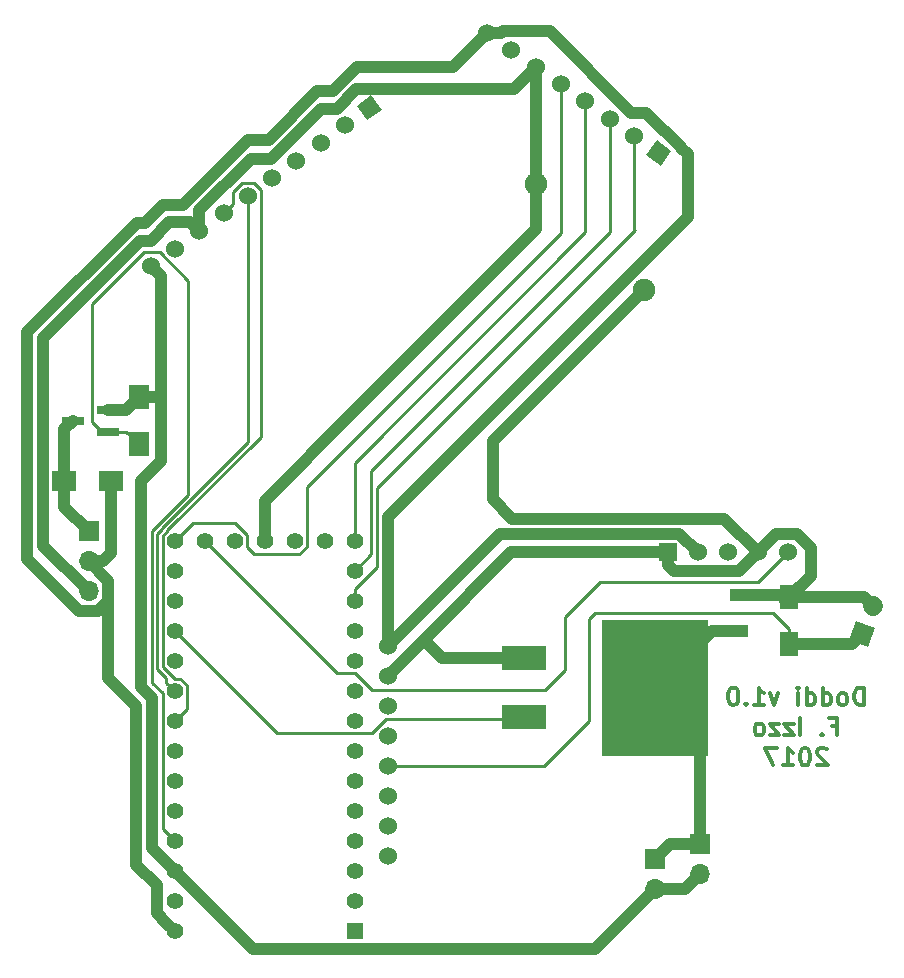
<source format=gbr>
G04 #@! TF.FileFunction,Copper,L2,Bot,Signal*
%FSLAX46Y46*%
G04 Gerber Fmt 4.6, Leading zero omitted, Abs format (unit mm)*
G04 Created by KiCad (PCBNEW 4.0.5) date Tue Mar 28 14:57:47 2017*
%MOMM*%
%LPD*%
G01*
G04 APERTURE LIST*
%ADD10C,0.100000*%
%ADD11C,0.300000*%
%ADD12C,1.524000*%
%ADD13R,1.524000X1.524000*%
%ADD14C,1.700000*%
%ADD15R,1.700000X1.700000*%
%ADD16O,1.700000X1.700000*%
%ADD17R,1.600000X2.000000*%
%ADD18R,1.600000X1.000000*%
%ADD19R,1.700000X2.000000*%
%ADD20R,2.000000X1.700000*%
%ADD21R,1.397000X1.397000*%
%ADD22C,1.397000*%
%ADD23R,3.799840X1.998980*%
%ADD24R,8.999220X11.501120*%
%ADD25R,1.900000X0.800000*%
%ADD26C,1.900000*%
%ADD27C,1.000000*%
%ADD28C,0.250000*%
G04 APERTURE END LIST*
D10*
D11*
X183844285Y-106378571D02*
X183844285Y-104878571D01*
X183487142Y-104878571D01*
X183272857Y-104950000D01*
X183129999Y-105092857D01*
X183058571Y-105235714D01*
X182987142Y-105521429D01*
X182987142Y-105735714D01*
X183058571Y-106021429D01*
X183129999Y-106164286D01*
X183272857Y-106307143D01*
X183487142Y-106378571D01*
X183844285Y-106378571D01*
X182129999Y-106378571D02*
X182272857Y-106307143D01*
X182344285Y-106235714D01*
X182415714Y-106092857D01*
X182415714Y-105664286D01*
X182344285Y-105521429D01*
X182272857Y-105450000D01*
X182129999Y-105378571D01*
X181915714Y-105378571D01*
X181772857Y-105450000D01*
X181701428Y-105521429D01*
X181629999Y-105664286D01*
X181629999Y-106092857D01*
X181701428Y-106235714D01*
X181772857Y-106307143D01*
X181915714Y-106378571D01*
X182129999Y-106378571D01*
X180344285Y-106378571D02*
X180344285Y-104878571D01*
X180344285Y-106307143D02*
X180487142Y-106378571D01*
X180772856Y-106378571D01*
X180915714Y-106307143D01*
X180987142Y-106235714D01*
X181058571Y-106092857D01*
X181058571Y-105664286D01*
X180987142Y-105521429D01*
X180915714Y-105450000D01*
X180772856Y-105378571D01*
X180487142Y-105378571D01*
X180344285Y-105450000D01*
X178987142Y-106378571D02*
X178987142Y-104878571D01*
X178987142Y-106307143D02*
X179129999Y-106378571D01*
X179415713Y-106378571D01*
X179558571Y-106307143D01*
X179629999Y-106235714D01*
X179701428Y-106092857D01*
X179701428Y-105664286D01*
X179629999Y-105521429D01*
X179558571Y-105450000D01*
X179415713Y-105378571D01*
X179129999Y-105378571D01*
X178987142Y-105450000D01*
X178272856Y-106378571D02*
X178272856Y-105378571D01*
X178272856Y-104878571D02*
X178344285Y-104950000D01*
X178272856Y-105021429D01*
X178201428Y-104950000D01*
X178272856Y-104878571D01*
X178272856Y-105021429D01*
X176558570Y-105378571D02*
X176201427Y-106378571D01*
X175844285Y-105378571D01*
X174487142Y-106378571D02*
X175344285Y-106378571D01*
X174915713Y-106378571D02*
X174915713Y-104878571D01*
X175058570Y-105092857D01*
X175201428Y-105235714D01*
X175344285Y-105307143D01*
X173844285Y-106235714D02*
X173772857Y-106307143D01*
X173844285Y-106378571D01*
X173915714Y-106307143D01*
X173844285Y-106235714D01*
X173844285Y-106378571D01*
X172844285Y-104878571D02*
X172701428Y-104878571D01*
X172558571Y-104950000D01*
X172487142Y-105021429D01*
X172415713Y-105164286D01*
X172344285Y-105450000D01*
X172344285Y-105807143D01*
X172415713Y-106092857D01*
X172487142Y-106235714D01*
X172558571Y-106307143D01*
X172701428Y-106378571D01*
X172844285Y-106378571D01*
X172987142Y-106307143D01*
X173058571Y-106235714D01*
X173129999Y-106092857D01*
X173201428Y-105807143D01*
X173201428Y-105450000D01*
X173129999Y-105164286D01*
X173058571Y-105021429D01*
X172987142Y-104950000D01*
X172844285Y-104878571D01*
X181094286Y-108142857D02*
X181594286Y-108142857D01*
X181594286Y-108928571D02*
X181594286Y-107428571D01*
X180880000Y-107428571D01*
X180308572Y-108785714D02*
X180237144Y-108857143D01*
X180308572Y-108928571D01*
X180380001Y-108857143D01*
X180308572Y-108785714D01*
X180308572Y-108928571D01*
X178451429Y-108928571D02*
X178451429Y-107428571D01*
X177880000Y-107928571D02*
X177094286Y-107928571D01*
X177880000Y-108928571D01*
X177094286Y-108928571D01*
X176665714Y-107928571D02*
X175880000Y-107928571D01*
X176665714Y-108928571D01*
X175880000Y-108928571D01*
X175094285Y-108928571D02*
X175237143Y-108857143D01*
X175308571Y-108785714D01*
X175380000Y-108642857D01*
X175380000Y-108214286D01*
X175308571Y-108071429D01*
X175237143Y-108000000D01*
X175094285Y-107928571D01*
X174880000Y-107928571D01*
X174737143Y-108000000D01*
X174665714Y-108071429D01*
X174594285Y-108214286D01*
X174594285Y-108642857D01*
X174665714Y-108785714D01*
X174737143Y-108857143D01*
X174880000Y-108928571D01*
X175094285Y-108928571D01*
X180701428Y-110121429D02*
X180629999Y-110050000D01*
X180487142Y-109978571D01*
X180129999Y-109978571D01*
X179987142Y-110050000D01*
X179915713Y-110121429D01*
X179844285Y-110264286D01*
X179844285Y-110407143D01*
X179915713Y-110621429D01*
X180772856Y-111478571D01*
X179844285Y-111478571D01*
X178915714Y-109978571D02*
X178772857Y-109978571D01*
X178630000Y-110050000D01*
X178558571Y-110121429D01*
X178487142Y-110264286D01*
X178415714Y-110550000D01*
X178415714Y-110907143D01*
X178487142Y-111192857D01*
X178558571Y-111335714D01*
X178630000Y-111407143D01*
X178772857Y-111478571D01*
X178915714Y-111478571D01*
X179058571Y-111407143D01*
X179130000Y-111335714D01*
X179201428Y-111192857D01*
X179272857Y-110907143D01*
X179272857Y-110550000D01*
X179201428Y-110264286D01*
X179130000Y-110121429D01*
X179058571Y-110050000D01*
X178915714Y-109978571D01*
X176987143Y-111478571D02*
X177844286Y-111478571D01*
X177415714Y-111478571D02*
X177415714Y-109978571D01*
X177558571Y-110192857D01*
X177701429Y-110335714D01*
X177844286Y-110407143D01*
X176487143Y-109978571D02*
X175487143Y-109978571D01*
X176130000Y-111478571D01*
D12*
X177390000Y-93430000D03*
X174850000Y-93430000D03*
X172310000Y-93430000D03*
X169770000Y-93430000D03*
D13*
X167230000Y-93430000D03*
D10*
G36*
X166657129Y-60681259D02*
X165408741Y-59807129D01*
X166282871Y-58558741D01*
X167531259Y-59432871D01*
X166657129Y-60681259D01*
X166657129Y-60681259D01*
G37*
D12*
X164389354Y-58163116D03*
X162308708Y-56706232D03*
X160228062Y-55249347D03*
X158147415Y-53792463D03*
X156066769Y-52335579D03*
X153986123Y-50878695D03*
X151905477Y-49421811D03*
X123460388Y-69221898D03*
X125515291Y-67728923D03*
X127570194Y-66235949D03*
X129625097Y-64742974D03*
X131680000Y-63250000D03*
X133734903Y-61757025D03*
X135789807Y-60264051D03*
X137844710Y-58771076D03*
X139899613Y-57278101D03*
D10*
G36*
X142123095Y-54720764D02*
X143018879Y-55953706D01*
X141785937Y-56849490D01*
X140890153Y-55616548D01*
X142123095Y-54720764D01*
X142123095Y-54720764D01*
G37*
D12*
X143510000Y-119126000D03*
X143510000Y-116586000D03*
X143510000Y-114046000D03*
X143510000Y-111506000D03*
X143510000Y-108966000D03*
X143510000Y-106426000D03*
X143510000Y-103886000D03*
X143510000Y-101346000D03*
D10*
G36*
X184780725Y-99828797D02*
X184199291Y-101426275D01*
X182601813Y-100844841D01*
X183183247Y-99247363D01*
X184780725Y-99828797D01*
X184780725Y-99828797D01*
G37*
D14*
X184560000Y-97950000D02*
X184560000Y-97950000D01*
D15*
X169926000Y-118110000D03*
D16*
X169926000Y-120650000D03*
D15*
X166116000Y-119380000D03*
D16*
X166116000Y-121920000D03*
D15*
X118190000Y-91650000D03*
D16*
X118190000Y-94190000D03*
X118190000Y-96730000D03*
D17*
X177530000Y-101210000D03*
X177530000Y-97210000D03*
D18*
X173228000Y-100052000D03*
X173228000Y-97052000D03*
D19*
X122428000Y-80296000D03*
X122428000Y-84296000D03*
D20*
X120110000Y-87376000D03*
X116110000Y-87376000D03*
D21*
X140716000Y-125476000D03*
D22*
X140716000Y-122936000D03*
X140716000Y-120396000D03*
X140716000Y-117856000D03*
X140716000Y-115316000D03*
X140716000Y-112776000D03*
X140716000Y-110236000D03*
X140716000Y-107696000D03*
X140716000Y-105156000D03*
X140716000Y-102616000D03*
X140716000Y-100076000D03*
X140716000Y-97536000D03*
X140716000Y-94996000D03*
X140716000Y-92456000D03*
X125476000Y-92456000D03*
X125476000Y-94996000D03*
X125476000Y-97536000D03*
X125476000Y-100076000D03*
X125476000Y-102616000D03*
X125476000Y-105156000D03*
X125476000Y-107696000D03*
X125476000Y-110236000D03*
X125476000Y-112776000D03*
X125476000Y-115316000D03*
X125476000Y-117856000D03*
X125476000Y-120396000D03*
X125476000Y-122936000D03*
X125476000Y-125476000D03*
X128016000Y-92456000D03*
X130556000Y-92456000D03*
X133096000Y-92456000D03*
X135636000Y-92456000D03*
X138176000Y-92456000D03*
D23*
X155016200Y-107401360D03*
X155016200Y-102402640D03*
D24*
X166116000Y-104902000D03*
D25*
X119864000Y-81346000D03*
X119864000Y-83246000D03*
X116864000Y-82296000D03*
D26*
X165212437Y-71232437D03*
X156066769Y-62230000D03*
D27*
X165212437Y-71232437D02*
X152400000Y-84044874D01*
X152400000Y-84044874D02*
X152400000Y-88900000D01*
X154067988Y-90567988D02*
X171987988Y-90567988D01*
X171987988Y-90567988D02*
X174850000Y-93430000D01*
X152400000Y-88900000D02*
X154067988Y-90567988D01*
X156066769Y-66016769D02*
X156066769Y-62230000D01*
X156066769Y-62230000D02*
X156066769Y-52335579D01*
X127570194Y-66235949D02*
X127570194Y-64442883D01*
X137868493Y-55880000D02*
X139192000Y-55880000D01*
X127570194Y-64442883D02*
X131923066Y-60090011D01*
X131923066Y-60090011D02*
X133658482Y-60090011D01*
X133658482Y-60090011D02*
X137868493Y-55880000D01*
X139192000Y-55880000D02*
X140848874Y-54223126D01*
X140848874Y-54223126D02*
X154179222Y-54223126D01*
X154179222Y-54223126D02*
X156066769Y-52335579D01*
X118190000Y-96730000D02*
X114350011Y-92890011D01*
X114350011Y-92890011D02*
X114350011Y-88906013D01*
X114350011Y-88906013D02*
X114309999Y-88866001D01*
X114309999Y-88866001D02*
X114309999Y-75307362D01*
X114309999Y-75307362D02*
X122561361Y-67056000D01*
X122561361Y-67056000D02*
X123444000Y-67056000D01*
X123444000Y-67056000D02*
X125026050Y-65473950D01*
X125026050Y-65473950D02*
X126808195Y-65473950D01*
X126808195Y-65473950D02*
X127570194Y-66235949D01*
X133096000Y-92456000D02*
X133096000Y-89074000D01*
X133096000Y-89074000D02*
X140580000Y-81590000D01*
X173228000Y-97052000D02*
X177372000Y-97052000D01*
X177372000Y-97052000D02*
X177530000Y-97210000D01*
X177156000Y-97584000D02*
X177530000Y-97210000D01*
X153966000Y-93430000D02*
X146558000Y-100838000D01*
X146558000Y-100838000D02*
X143510000Y-103886000D01*
X155016200Y-102402640D02*
X148122640Y-102402640D01*
X148122640Y-102402640D02*
X146558000Y-100838000D01*
X156110000Y-66060000D02*
X156066769Y-66016769D01*
X140580000Y-81590000D02*
X156110000Y-66060000D01*
X174850000Y-93430000D02*
X176412001Y-91867999D01*
X176412001Y-91867999D02*
X178139761Y-91867999D01*
X178139761Y-91867999D02*
X179330000Y-93058238D01*
X179330000Y-93058238D02*
X179330000Y-95410000D01*
X179330000Y-95410000D02*
X177530000Y-97210000D01*
X177530000Y-97210000D02*
X183820000Y-97210000D01*
X183820000Y-97210000D02*
X184560000Y-97950000D01*
X167230000Y-93430000D02*
X153966000Y-93430000D01*
X167230000Y-93430000D02*
X167230000Y-94507630D01*
X167230000Y-94507630D02*
X167714371Y-94992001D01*
X167714371Y-94992001D02*
X173287999Y-94992001D01*
X173287999Y-94992001D02*
X174088001Y-94191999D01*
X174088001Y-94191999D02*
X174850000Y-93430000D01*
X173228000Y-100052000D02*
X170966000Y-100052000D01*
X170966000Y-100052000D02*
X166116000Y-104902000D01*
X162560000Y-108458000D02*
X166116000Y-104902000D01*
X169926000Y-118110000D02*
X169926000Y-108712000D01*
X169926000Y-108712000D02*
X166116000Y-104902000D01*
X169926000Y-118110000D02*
X167386000Y-118110000D01*
X167386000Y-118110000D02*
X166116000Y-119380000D01*
X168910000Y-65060000D02*
X143510000Y-90460000D01*
X168331269Y-59169507D02*
X168910000Y-59748238D01*
X168910000Y-59748238D02*
X168910000Y-65060000D01*
X166988505Y-57758731D02*
X168331269Y-59101495D01*
X166920493Y-57758731D02*
X166988505Y-57758731D01*
X143510000Y-90460000D02*
X143510000Y-101346000D01*
X168331269Y-59101495D02*
X168331269Y-59169507D01*
X157230932Y-49316694D02*
X164120000Y-56205762D01*
X164120000Y-56205762D02*
X165367524Y-56205762D01*
X165367524Y-56205762D02*
X166920493Y-57758731D01*
X153131245Y-49421811D02*
X153236362Y-49316694D01*
X153236362Y-49316694D02*
X157230932Y-49316694D01*
X151905477Y-49421811D02*
X153131245Y-49421811D01*
X122227477Y-106479477D02*
X122227477Y-119888000D01*
X123952000Y-123952000D02*
X124777501Y-124777501D01*
X122227477Y-119888000D02*
X123977499Y-121638022D01*
X123977499Y-121638022D02*
X123977499Y-123926501D01*
X123977499Y-123926501D02*
X123952000Y-123952000D01*
X119840001Y-95840001D02*
X119840001Y-104092001D01*
X119840001Y-104092001D02*
X122227477Y-106479477D01*
X124777501Y-124777501D02*
X125476000Y-125476000D01*
X117397999Y-98380001D02*
X113009989Y-93991991D01*
X120110000Y-87376000D02*
X120110000Y-93472081D01*
X140909510Y-52324000D02*
X149003288Y-52324000D01*
X149003288Y-52324000D02*
X151905477Y-49421811D01*
X133420003Y-58490000D02*
X137554003Y-54356000D01*
X138877510Y-54356000D02*
X140909510Y-52324000D01*
X137554003Y-54356000D02*
X138877510Y-54356000D01*
X119840001Y-95840001D02*
X119840001Y-97522001D01*
X119840001Y-97522001D02*
X118982001Y-98380001D01*
X118982001Y-98380001D02*
X117397999Y-98380001D01*
X113009989Y-93991991D02*
X113009989Y-74768879D01*
X124460000Y-64008000D02*
X126166587Y-64008000D01*
X113009989Y-74768879D02*
X122246868Y-65532000D01*
X126166587Y-64008000D02*
X131684587Y-58490000D01*
X122246868Y-65532000D02*
X122936000Y-65532000D01*
X122936000Y-65532000D02*
X124460000Y-64008000D01*
X131684587Y-58490000D02*
X133420003Y-58490000D01*
X118190000Y-94190000D02*
X119840001Y-95840001D01*
X118190000Y-94190000D02*
X117961159Y-94190000D01*
X120110000Y-93472081D02*
X119392081Y-94190000D01*
X119392081Y-94190000D02*
X118190000Y-94190000D01*
X169770000Y-93430000D02*
X168207999Y-91867999D01*
X168207999Y-91867999D02*
X152988001Y-91867999D01*
X144271999Y-100584001D02*
X143510000Y-101346000D01*
X152988001Y-91867999D02*
X144271999Y-100584001D01*
D28*
X118488999Y-72436525D02*
X118488999Y-82420999D01*
X119314000Y-83246000D02*
X119864000Y-83246000D01*
X126602292Y-70424686D02*
X124212503Y-68034897D01*
X122890627Y-68034897D02*
X118488999Y-72436525D01*
X126602292Y-88542105D02*
X126602292Y-70424686D01*
X123552478Y-91591919D02*
X126602292Y-88542105D01*
X123552478Y-104464316D02*
X123552478Y-91591919D01*
X124452499Y-116832499D02*
X124452498Y-105364335D01*
X124212503Y-68034897D02*
X122890627Y-68034897D01*
X125476000Y-117856000D02*
X124452499Y-116832499D01*
X118488999Y-82420999D02*
X119314000Y-83246000D01*
X124452498Y-105364335D02*
X123552478Y-104464316D01*
X119864000Y-83246000D02*
X121378000Y-83246000D01*
X121378000Y-83246000D02*
X122428000Y-84296000D01*
D27*
X123527488Y-118447488D02*
X123527488Y-105747487D01*
X123527488Y-105747487D02*
X122627468Y-104847467D01*
X122627468Y-104847467D02*
X122627468Y-87386534D01*
X122627468Y-87386534D02*
X124278000Y-85736002D01*
X124278000Y-85736002D02*
X124278000Y-80264000D01*
X124278000Y-80264000D02*
X124278000Y-70039510D01*
X122428000Y-80296000D02*
X124246000Y-80296000D01*
X124246000Y-80296000D02*
X124278000Y-80264000D01*
X125476000Y-120396000D02*
X123527488Y-118447488D01*
X124222387Y-69983897D02*
X123460388Y-69221898D01*
X124278000Y-70039510D02*
X124222387Y-69983897D01*
X119864000Y-81346000D02*
X121378000Y-81346000D01*
X121378000Y-81346000D02*
X122428000Y-80296000D01*
X166116000Y-121920000D02*
X161036000Y-127000000D01*
X161036000Y-127000000D02*
X132080000Y-127000000D01*
X132080000Y-127000000D02*
X126174499Y-121094499D01*
X126174499Y-121094499D02*
X125476000Y-120396000D01*
X169926000Y-120650000D02*
X168656000Y-121920000D01*
X168656000Y-121920000D02*
X166116000Y-121920000D01*
D28*
X164420000Y-66110000D02*
X164389354Y-66079354D01*
X164389354Y-66079354D02*
X164389354Y-58163116D01*
X142584990Y-87945010D02*
X164420000Y-66110000D01*
X140716000Y-97536000D02*
X140716000Y-96510782D01*
X140716000Y-96510782D02*
X142584990Y-94641792D01*
X142584990Y-94641792D02*
X142584990Y-87945010D01*
X142134981Y-86515019D02*
X162308708Y-66341292D01*
X162308708Y-66341292D02*
X162308708Y-56706232D01*
X140716000Y-94996000D02*
X142134981Y-93577019D01*
X142134981Y-93577019D02*
X142134981Y-86515019D01*
X140716000Y-85844000D02*
X160228062Y-66331938D01*
X160228062Y-66331938D02*
X160228062Y-55249347D01*
X140716000Y-92456000D02*
X140716000Y-85844000D01*
X140714283Y-103639501D02*
X142147783Y-105073001D01*
X142147783Y-105073001D02*
X156800999Y-105073001D01*
X158496000Y-103378000D02*
X158496000Y-98890502D01*
X161469491Y-95917011D02*
X174902989Y-95917011D01*
X128016000Y-92456000D02*
X139199501Y-103639501D01*
X139199501Y-103639501D02*
X140714283Y-103639501D01*
X156800999Y-105073001D02*
X158496000Y-103378000D01*
X158496000Y-98890502D02*
X161469491Y-95917011D01*
X174902989Y-95917011D02*
X176628001Y-94191999D01*
X176628001Y-94191999D02*
X177390000Y-93430000D01*
X158147415Y-53792463D02*
X158147415Y-66432585D01*
X158147415Y-66432585D02*
X136659501Y-87920499D01*
X136659501Y-87920499D02*
X136659501Y-92947281D01*
X131579501Y-92947281D02*
X131579501Y-91955501D01*
X127000000Y-90932000D02*
X125476000Y-92456000D01*
X136659501Y-92947281D02*
X136027281Y-93579501D01*
X136027281Y-93579501D02*
X132211721Y-93579501D01*
X132211721Y-93579501D02*
X131579501Y-92947281D01*
X131579501Y-91955501D02*
X130556000Y-90932000D01*
X130556000Y-90932000D02*
X127000000Y-90932000D01*
X124002488Y-103293681D02*
X124777501Y-104068694D01*
X124002488Y-91843922D02*
X124002488Y-103293681D01*
X124777501Y-104457501D02*
X125476000Y-105156000D01*
X124777501Y-104068694D02*
X124777501Y-104457501D01*
X124390009Y-91390798D02*
X124390009Y-91456401D01*
X124390009Y-91456401D02*
X124002488Y-91843922D01*
X131680000Y-84100807D02*
X124390009Y-91390798D01*
X131680000Y-63250000D02*
X131680000Y-84100807D01*
X132201761Y-62162999D02*
X132767001Y-62728239D01*
X126499501Y-106672499D02*
X126174499Y-106997501D01*
X126499501Y-104664719D02*
X126499501Y-106672499D01*
X126174499Y-106997501D02*
X125476000Y-107696000D01*
X125967281Y-104132499D02*
X126499501Y-104664719D01*
X132767001Y-83650217D02*
X124840020Y-91577198D01*
X125477717Y-104132499D02*
X125967281Y-104132499D01*
X124452499Y-103107281D02*
X125477717Y-104132499D01*
X124840020Y-91642801D02*
X124452499Y-92030322D01*
X132767001Y-62728239D02*
X132767001Y-83650217D01*
X124840020Y-91577198D02*
X124840020Y-91642801D01*
X130387096Y-62934142D02*
X131158239Y-62162999D01*
X131158239Y-62162999D02*
X132201761Y-62162999D01*
X129625097Y-64742974D02*
X130387096Y-63980975D01*
X130387096Y-63980975D02*
X130387096Y-62934142D01*
X124452499Y-92030322D02*
X124452499Y-103107281D01*
X177530000Y-101210000D02*
X177530000Y-99960000D01*
X177530000Y-99960000D02*
X176122000Y-98552000D01*
X176122000Y-98552000D02*
X161036000Y-98552000D01*
X161036000Y-98552000D02*
X160528000Y-99060000D01*
X160528000Y-99060000D02*
X160528000Y-107696000D01*
X160528000Y-107696000D02*
X156718000Y-111506000D01*
X156718000Y-111506000D02*
X144587630Y-111506000D01*
X144587630Y-111506000D02*
X143510000Y-111506000D01*
D27*
X177530000Y-101210000D02*
X182818088Y-101210000D01*
X182818088Y-101210000D02*
X183691269Y-100336819D01*
D28*
X125476000Y-100076000D02*
X134119501Y-108719501D01*
X134119501Y-108719501D02*
X142147737Y-108719501D01*
X142147737Y-108719501D02*
X143354237Y-107513001D01*
X143354237Y-107513001D02*
X153344999Y-107513001D01*
X153344999Y-107513001D02*
X153456640Y-107401360D01*
X153456640Y-107401360D02*
X155016200Y-107401360D01*
X126174499Y-100774499D02*
X125476000Y-100076000D01*
D27*
X116110000Y-87376000D02*
X116110000Y-89570000D01*
X116110000Y-83026000D02*
X116110000Y-85312000D01*
X116110000Y-85312000D02*
X116110000Y-87376000D01*
X116864000Y-82296000D02*
X116840000Y-82296000D01*
X116840000Y-82296000D02*
X116110000Y-83026000D01*
X116110000Y-89570000D02*
X118190000Y-91650000D01*
M02*

</source>
